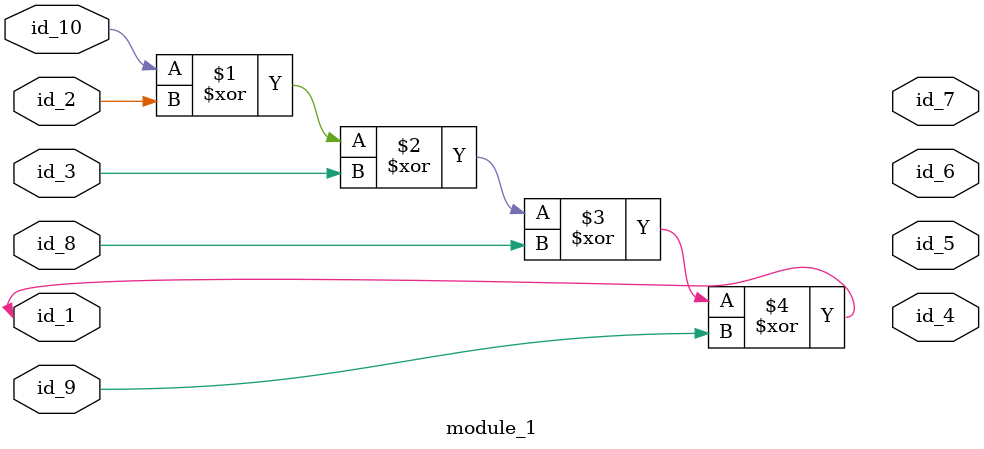
<source format=v>
module module_0;
  wire id_1;
endmodule
module module_1 (
    id_1,
    id_2,
    id_3,
    id_4,
    id_5,
    id_6,
    id_7,
    id_8,
    id_9,
    id_10
);
  inout wire id_10;
  inout wire id_9;
  inout wire id_8;
  output wire id_7;
  output wire id_6;
  output wire id_5;
  output wire id_4;
  inout wire id_3;
  input wire id_2;
  inout wire id_1;
  assign id_4[{1, (1)}] = id_3;
  xor primCall (id_1, id_10, id_2, id_3, id_8, id_9);
  module_0 modCall_1 ();
endmodule

</source>
